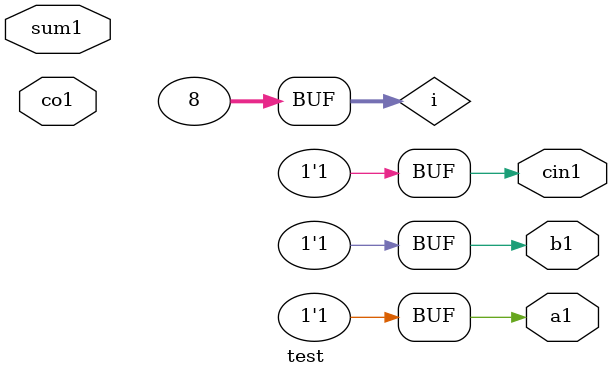
<source format=v>
module test(
            output reg a1,b1,cin1,
            input sum1,co1
    );
    
    integer i;
   
    initial 
        begin
        for(i=0; i<8; i=i+1)
            begin
            {a1,b1,cin1}=i;
            #5;
            end
        end
        
     always@(sum1,co1)
        begin
        if((sum1==a1^b1^cin1) && (co1==(a1&b1)|(a1&cin1)|(b1&cin1)))
        $display($time, "ns The correct output is\n",
        "a1 %b , b1 %b , cin1 %b :: sum1 %b, co1 %b",a1,b1,cin1,sum1,co1);
        else
        $display($time,"output is incorrect");
        end
    
    endmodule
</source>
